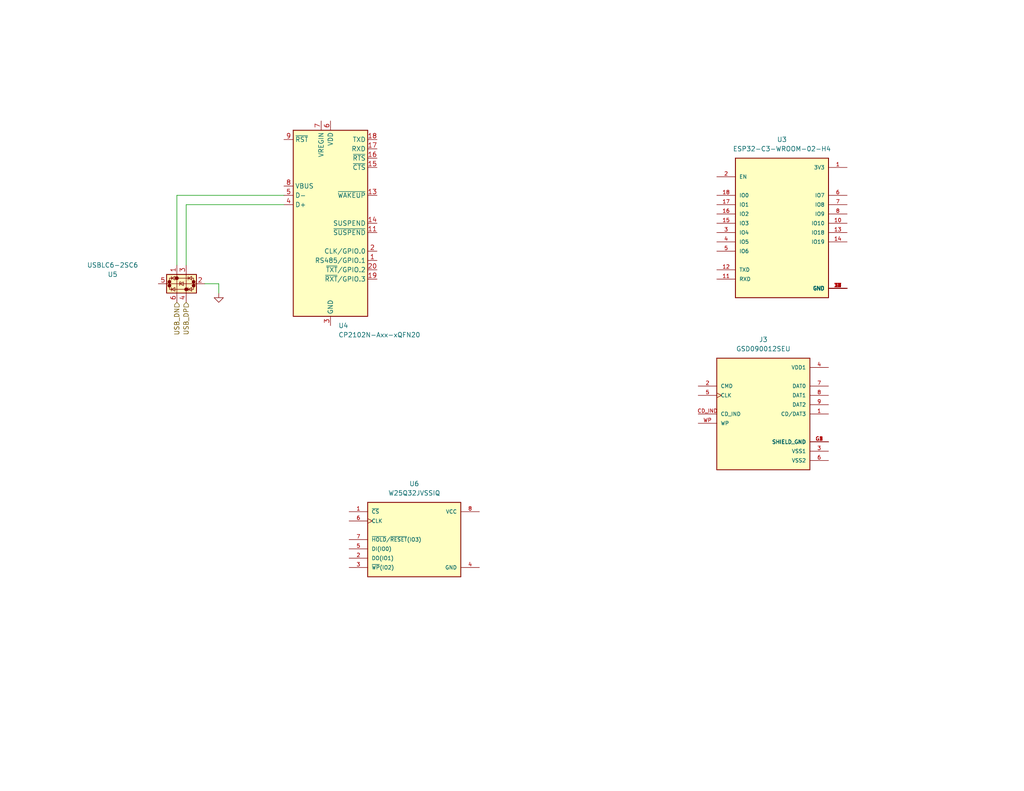
<source format=kicad_sch>
(kicad_sch (version 20250114) (generator "eeschema") (generator_version "9.0")
  (paper "USLetter")
  (title_block (title "ESP32 IOT board from Tech Exploration Tutorial") (date "2025-02-23") (rev "Rev 1.0") (comment 3 "     2 - Capacitors in µF") (comment 4 "Note 1 - Resitors in ohms"))
  (lib_symbols
    (symbol "ESP32-C3-WROOM-02-H4:ESP32-C3-WROOM-02-H4" (pin_names (offset 1.016))
      (property "Reference" "U" (at -12.7 21.082 0))
      (property "Value" "ESP32-C3-WROOM-02-H4" (at -12.7 -18.542 0))
      (symbol "ESP32-C3-WROOM-02-H4_0_0"
        (rectangle (start -12.7 -17.78) (end 12.7 20.32) (stroke (width 0.254)) (fill (type background)))
        (pin input line (at -17.78 15.24 0) (length 5.08) (name "EN") (number "2"))
        (pin bidirectional line (at -17.78 10.16 0) (length 5.08) (name "IO0") (number "18"))
        (pin bidirectional line (at -17.78 7.62 0) (length 5.08) (name "IO1") (number "17"))
        (pin bidirectional line (at -17.78 5.08 0) (length 5.08) (name "IO2") (number "16"))
        (pin bidirectional line (at -17.78 2.54 0) (length 5.08) (name "IO3") (number "15"))
        (pin bidirectional line (at -17.78 0 0) (length 5.08) (name "IO4") (number "3"))
        (pin bidirectional line (at -17.78 -2.54 0) (length 5.08) (name "IO5") (number "4"))
        (pin bidirectional line (at -17.78 -5.08 0) (length 5.08) (name "IO6") (number "5"))
        (pin bidirectional line (at -17.78 -10.16 0) (length 5.08) (name "TXD") (number "12"))
        (pin bidirectional line (at -17.78 -12.7 0) (length 5.08) (name "RXD") (number "11"))
        (pin power_in line (at 17.78 17.78 180) (length 5.08) (name "3V3") (number "1"))
        (pin bidirectional line (at 17.78 10.16 180) (length 5.08) (name "IO7") (number "6"))
        (pin bidirectional line (at 17.78 7.62 180) (length 5.08) (name "IO8") (number "7"))
        (pin bidirectional line (at 17.78 5.08 180) (length 5.08) (name "IO9") (number "8"))
        (pin bidirectional line (at 17.78 2.54 180) (length 5.08) (name "IO10") (number "10"))
        (pin bidirectional line (at 17.78 0 180) (length 5.08) (name "IO18") (number "13"))
        (pin bidirectional line (at 17.78 -2.54 180) (length 5.08) (name "IO19") (number "14"))
        (pin power_in line (at 17.78 -15.24 180) (length 5.08) (name "GND") (number "19"))
        (pin power_in line (at 17.78 -15.24 180) (length 5.08) (name "GND") (number "20"))
        (pin power_in line (at 17.78 -15.24 180) (length 5.08) (name "GND") (number "21"))
        (pin power_in line (at 17.78 -15.24 180) (length 5.08) (name "GND") (number "22"))
        (pin power_in line (at 17.78 -15.24 180) (length 5.08) (name "GND") (number "23"))
        (pin power_in line (at 17.78 -15.24 180) (length 5.08) (name "GND") (number "24"))
        (pin power_in line (at 17.78 -15.24 180) (length 5.08) (name "GND") (number "25"))
        (pin power_in line (at 17.78 -15.24 180) (length 5.08) (name "GND") (number "26"))
        (pin power_in line (at 17.78 -15.24 180) (length 5.08) (name "GND") (number "27"))
        (pin power_in line (at 17.78 -15.24 180) (length 5.08) (name "GND") (number "28"))
        (pin power_in line (at 17.78 -15.24 180) (length 5.08) (name "GND") (number "29"))
        (pin power_in line (at 17.78 -15.24 180) (length 5.08) (name "GND") (number "30"))
        (pin power_in line (at 17.78 -15.24 180) (length 5.08) (name "GND") (number "31"))
        (pin power_in line (at 17.78 -15.24 180) (length 5.08) (name "GND") (number "32"))
        (pin power_in line (at 17.78 -15.24 180) (length 5.08) (name "GND") (number "33"))
        (pin power_in line (at 17.78 -15.24 180) (length 5.08) (name "GND") (number "34"))
        (pin power_in line (at 17.78 -15.24 180) (length 5.08) (name "GND") (number "35"))
        (pin power_in line (at 17.78 -15.24 180) (length 5.08) (name "GND") (number "36"))
        (pin power_in line (at 17.78 -15.24 180) (length 5.08) (name "GND") (number "37"))
        (pin power_in line (at 17.78 -15.24 180) (length 5.08) (name "GND") (number "38"))
        (pin power_in line (at 17.78 -15.24 180) (length 5.08) (name "GND") (number "39"))
        (pin power_in line (at 17.78 -15.24 180) (length 5.08) (name "GND") (number "9"))
      )
    )
    (symbol "GSD090012SEU:GSD090012SEU" (pin_names (offset 1.016))
      (property "Reference" "J" (at -12.7 16.002 0))
      (property "Value" "GSD090012SEU" (at -12.7 -17.78 0))
      (symbol "GSD090012SEU_0_0"
        (rectangle (start -12.7 -15.24) (end 12.7 15.24) (stroke (width 0.254)) (fill (type background)))
        (pin bidirectional line (at -17.78 7.62 0) (length 5.08) (name "CMD") (number "2"))
        (pin bidirectional clock (at -17.78 5.08 0) (length 5.08) (name "CLK") (number "5"))
        (pin passive line (at -17.78 0 0) (length 5.08) (name "CD_IND") (number "CD_IND"))
        (pin passive line (at -17.78 -2.54 0) (length 5.08) (name "WP") (number "WP"))
        (pin power_in line (at 17.78 12.7 180) (length 5.08) (name "VDD1") (number "4"))
        (pin bidirectional line (at 17.78 7.62 180) (length 5.08) (name "DAT0") (number "7"))
        (pin bidirectional line (at 17.78 5.08 180) (length 5.08) (name "DAT1") (number "8"))
        (pin bidirectional line (at 17.78 2.54 180) (length 5.08) (name "DAT2") (number "9"))
        (pin bidirectional line (at 17.78 0 180) (length 5.08) (name "CD/DAT3") (number "1"))
        (pin power_in line (at 17.78 -7.62 180) (length 5.08) (name "SHIELD_GND") (number "G1"))
        (pin power_in line (at 17.78 -7.62 180) (length 5.08) (name "SHIELD_GND") (number "G2"))
        (pin power_in line (at 17.78 -7.62 180) (length 5.08) (name "SHIELD_GND") (number "G3"))
        (pin power_in line (at 17.78 -7.62 180) (length 5.08) (name "SHIELD_GND") (number "G4"))
        (pin power_in line (at 17.78 -10.16 180) (length 5.08) (name "VSS1") (number "3"))
        (pin power_in line (at 17.78 -12.7 180) (length 5.08) (name "VSS2") (number "6"))
      )
    )
    (symbol "Interface_USB:CP2102N-Axx-xQFN20"
      (property "Reference" "U" (at -8.89 26.67 0))
      (property "Value" "CP2102N-Axx-xQFN20" (at 12.7 26.67 0))
      (symbol "CP2102N-Axx-xQFN20_0_1"
        (rectangle (start -10.16 25.4) (end 10.16 -25.4) (stroke (width 0.254)) (fill (type background)))
      )
      (symbol "CP2102N-Axx-xQFN20_1_1"
        (pin input line (at -12.7 22.86 0) (length 2.54) (name "~{RST}") (number "9"))
        (pin input line (at -12.7 10.16 0) (length 2.54) (name "VBUS") (number "8"))
        (pin bidirectional line (at -12.7 7.62 0) (length 2.54) (name "D-") (number "5"))
        (pin bidirectional line (at -12.7 5.08 0) (length 2.54) (name "D+") (number "4"))
        (pin no_connect line (at -10.16 -22.86 0) (length 2.54) (hide yes) (name "NC") (number "10"))
        (pin power_in line (at -2.54 27.94 270) (length 2.54) (name "VREGIN") (number "7"))
        (pin power_in line (at 0 27.94 270) (length 2.54) (name "VDD") (number "6"))
        (pin passive line (at 0 -27.94 90) (length 2.54) (hide yes) (name "GND") (number "12"))
        (pin passive line (at 0 -27.94 90) (length 2.54) (hide yes) (name "GND") (number "21"))
        (pin power_in line (at 0 -27.94 90) (length 2.54) (name "GND") (number "3"))
        (pin output line (at 12.7 22.86 180) (length 2.54) (name "TXD") (number "18"))
        (pin input line (at 12.7 20.32 180) (length 2.54) (name "RXD") (number "17"))
        (pin output line (at 12.7 17.78 180) (length 2.54) (name "~{RTS}") (number "16"))
        (pin input line (at 12.7 15.24 180) (length 2.54) (name "~{CTS}") (number "15"))
        (pin input line (at 12.7 7.62 180) (length 2.54) (name "~{WAKEUP}") (number "13"))
        (pin output line (at 12.7 0 180) (length 2.54) (name "SUSPEND") (number "14"))
        (pin output line (at 12.7 -2.54 180) (length 2.54) (name "~{SUSPEND}") (number "11"))
        (pin bidirectional line (at 12.7 -7.62 180) (length 2.54) (name "CLK/GPIO.0") (number "2"))
        (pin bidirectional line (at 12.7 -10.16 180) (length 2.54) (name "RS485/GPIO.1") (number "1"))
        (pin bidirectional line (at 12.7 -12.7 180) (length 2.54) (name "~{TXT}/GPIO.2") (number "20"))
        (pin bidirectional line (at 12.7 -15.24 180) (length 2.54) (name "~{RXT}/GPIO.3") (number "19"))
      )
    )
    (symbol "Power_Protection:USBLC6-2SC6" (pin_names (hide yes))
      (property "Reference" "U" (at 0.635 5.715 0))
      (property "Value" "USBLC6-2SC6" (at 0.635 3.81 0))
      (symbol "USBLC6-2SC6_0_0"
        (circle (center -1.524 0) (radius 0.0001) (stroke (width 0.508)))
        (circle (center -0.508 2.032) (radius 0.0001) (stroke (width 0.508)))
        (circle (center -0.508 -4.572) (radius 0.0001) (stroke (width 0.508)))
        (circle (center 0.508 2.032) (radius 0.0001) (stroke (width 0.508)))
        (circle (center 0.508 -4.572) (radius 0.0001) (stroke (width 0.508)))
        (circle (center 1.524 -2.54) (radius 0.0001) (stroke (width 0.508)))
      )
      (symbol "USBLC6-2SC6_0_1"
        (polyline (pts (xy -2.54 0) (xy 2.54 0)))
        (polyline (pts (xy -2.54 -2.54) (xy 2.54 -2.54)))
        (polyline (pts (xy -2.032 0.508) (xy -1.016 0.508) (xy -1.524 1.524) (xy -2.032 0.508)))
        (polyline (pts (xy -2.032 -3.048) (xy -1.016 -3.048)))
        (polyline (pts (xy -1.016 1.524) (xy -2.032 1.524)))
        (polyline (pts (xy -1.016 -4.064) (xy -2.032 -4.064) (xy -1.524 -3.048) (xy -1.016 -4.064)))
        (polyline (pts (xy -0.508 -1.143) (xy -0.508 -0.762) (xy 0.508 -0.762)))
        (polyline (pts (xy 0 2.54) (xy -0.508 2.032) (xy 0.508 2.032) (xy 0 1.524) (xy 0 -4.064) (xy -0.508 -4.572) (xy 0.508 -4.572) (xy 0 -5.08)))
        (polyline (pts (xy 0.508 -1.778) (xy -0.508 -1.778) (xy 0 -0.762) (xy 0.508 -1.778)))
        (polyline (pts (xy 1.016 1.524) (xy 2.032 1.524)))
        (polyline (pts (xy 1.016 -3.048) (xy 2.032 -3.048)))
        (polyline (pts (xy 2.032 0.508) (xy 1.016 0.508) (xy 1.524 1.524) (xy 2.032 0.508)))
        (polyline (pts (xy 2.032 -4.064) (xy 1.016 -4.064) (xy 1.524 -3.048) (xy 2.032 -4.064)))
      )
      (symbol "USBLC6-2SC6_1_1"
        (rectangle (start -2.54 2.794) (end 2.54 -5.334) (stroke (width 0.254)) (fill (type background)))
        (polyline (pts (xy -0.508 2.032) (xy -1.524 2.032) (xy -1.524 -4.572) (xy -0.508 -4.572)))
        (polyline (pts (xy 0.508 -4.572) (xy 1.524 -4.572) (xy 1.524 2.032) (xy 0.508 2.032)))
        (pin passive line (at -5.08 0 0) (length 2.54) (name "I/O1") (number "1"))
        (pin passive line (at -5.08 -2.54 0) (length 2.54) (name "I/O2") (number "3"))
        (pin passive line (at 0 5.08 270) (length 2.54) (name "VBUS") (number "5"))
        (pin passive line (at 0 -7.62 90) (length 2.54) (name "GND") (number "2"))
        (pin passive line (at 5.08 0 180) (length 2.54) (name "I/O1") (number "6"))
        (pin passive line (at 5.08 -2.54 180) (length 2.54) (name "I/O2") (number "4"))
      )
    )
    (symbol "W25Q32JVSSIQ:W25Q32JVSSIQ" (pin_names (offset 1.016))
      (property "Reference" "U" (at -12.4723 10.945 0))
      (property "Value" "W25Q32JVSSIQ" (at -12.4744 -12.2198 0))
      (symbol "W25Q32JVSSIQ_0_0"
        (rectangle (start -12.7 -10.16) (end 12.7 10.16) (stroke (width 0.254)) (fill (type background)))
        (pin input line (at -17.78 7.62 0) (length 5.08) (name "~{CS}") (number "1"))
        (pin input clock (at -17.78 5.08 0) (length 5.08) (name "CLK") (number "6"))
        (pin bidirectional line (at -17.78 0 0) (length 5.08) (name "~{HOLD}/~{RESET}(IO3)") (number "7"))
        (pin bidirectional line (at -17.78 -2.54 0) (length 5.08) (name "DI(IO0)") (number "5"))
        (pin bidirectional line (at -17.78 -5.08 0) (length 5.08) (name "DO(IO1)") (number "2"))
        (pin bidirectional line (at -17.78 -7.62 0) (length 5.08) (name "~{WP}(IO2)") (number "3"))
        (pin power_in line (at 17.78 7.62 180) (length 5.08) (name "VCC") (number "8"))
        (pin power_in line (at 17.78 -7.62 180) (length 5.08) (name "GND") (number "4"))
      )
    )
    (symbol "power:GND" (power) (pin_numbers (hide yes)) (pin_names (offset 0) (hide yes))
      (property "Value" "GND" (at 0 -3.81 0))
      (symbol "GND_0_1"
        (polyline (pts (xy 0 0) (xy 0 -1.27) (xy 1.27 -1.27) (xy 0 -2.54) (xy -1.27 -1.27) (xy 0 -1.27)))
      )
      (symbol "GND_1_1"
        (pin power_in line (at 0 0 270) (length 0) (name "~") (number "1"))
      )
    )
  )
  (wire (pts (xy 50.8 55.88) (xy 77.47 55.88)))
  (wire (pts (xy 55.88 77.47) (xy 59.69 77.47)))
  (wire (pts (xy 48.26 72.39) (xy 48.26 53.34)))
  (wire (pts (xy 50.8 72.39) (xy 50.8 55.88)))
  (wire (pts (xy 48.26 53.34) (xy 77.47 53.34)))
  (wire (pts (xy 59.69 77.47) (xy 59.69 80.01)))
  (hierarchical_label "USB_DN" (shape input) (at 48.26 82.55 270))
  (hierarchical_label "USB_DP" (shape input) (at 50.8 82.55 270))
  (symbol (lib_id "ESP32-C3-WROOM-02-H4:ESP32-C3-WROOM-02-H4") (at 213.36 63.5 0) (unit 1)
    (property "Reference" "U3" (at 213.36 38.1 0))
    (property "Value" "ESP32-C3-WROOM-02-H4" (at 213.36 40.64 0))
    (property "Footprint" "ESP32-C3-WROOM-02-H4:MODULE_ESP32-C3-WROOM-02-H4" (effects (hide yes)))
    (property "MF" "Espressif Systems" (effects (hide yes)))
    (property "Description_1" "WiFi Modules (802.11) (Engineering Samples) SMD module, ESP32-C3, 4MB SPI flash, PCB antenna, -40 C +105 C" (effects (hide yes)))
    (property "Package" "Package" (effects (hide yes)))
    (property "Price" "None" (effects (hide yes)))
    (property "Check_prices" "https://www.snapeda.com/parts/ESP32-C3-WROOM-02-H4/Espressif+Systems/view-part/?ref=eda" (effects (hide yes)))
    (property "SnapEDA_Link" "https://www.snapeda.com/parts/ESP32-C3-WROOM-02-H4/Espressif+Systems/view-part/?ref=snap" (effects (hide yes)))
    (property "MP" "ESP32-C3-WROOM-02-H4" (effects (hide yes)))
    (property "Availability" "In Stock" (effects (hide yes)))
    (property "Purchase-URL" "https://pricing.snapeda.com/search/part/ESP32-C3-WROOM-02-H4/?ref=eda" (effects (hide yes)))
  )
  (symbol (lib_id "Interface_USB:CP2102N-Axx-xQFN20") (at 90.17 60.96 0) (unit 1)
    (property "Reference" "U4" (at 92.3133 88.9 0) (effects (justify left)))
    (property "Value" "CP2102N-Axx-xQFN20" (at 92.3133 91.44 0) (effects (justify left)))
    (property "Footprint" "Package_DFN_QFN:SiliconLabs_QFN-20-1EP_3x3mm_P0.5mm" (effects (hide yes)))
    (property "Datasheet" "https://www.silabs.com/documents/public/data-sheets/cp2102n-datasheet.pdf" (effects (hide yes)))
    (property "Description" "USB to UART master bridge, QFN-20" (effects (hide yes)))
  )
  (symbol (lib_id "Power_Protection:USBLC6-2SC6") (at 48.26 77.47 90) (mirror x) (unit 1)
    (property "Reference" "U5" (at 30.734 74.93 90))
    (property "Value" "USBLC6-2SC6" (at 30.734 72.39 90))
    (property "Footprint" "Package_TO_SOT_SMD:SOT-23-6" (effects (hide yes)))
    (property "Datasheet" "https://www.st.com/resource/en/datasheet/usblc6-2.pdf" (effects (hide yes)))
    (property "Description" "Very low capacitance ESD protection diode, 2 data-line, SOT-23-6" (effects (hide yes)))
  )
  (symbol (lib_id "W25Q32JVSSIQ:W25Q32JVSSIQ") (at 113.03 147.32 0) (unit 1)
    (property "Reference" "U6" (at 113.03 132.08 0))
    (property "Value" "W25Q32JVSSIQ" (at 113.03 134.62 0))
    (property "Footprint" "W25Q32JVSSIQ:SOIC127P790X216-8N" (effects (hide yes)))
    (property "MF" "Winbond" (effects (hide yes)))
    (property "Description_1" "FLASH - NOR Memory IC 32Mb (4M x 8) SPI - Quad I/O 133 MHz 8-SOIC" (effects (hide yes)))
    (property "Package" "SOIC-8 Winbond" (effects (hide yes)))
    (property "Price" "None" (effects (hide yes)))
    (property "SnapEDA_Link" "https://www.snapeda.com/parts/W25Q32JVSSIQ/Winbond+Electronics/view-part/?ref=snap" (effects (hide yes)))
    (property "MP" "W25Q32JVSSIQ" (effects (hide yes)))
    (property "M_PART_NUMBER" "W25QXX" (effects (hide yes)))
    (property "Availability" "In Stock" (effects (hide yes)))
    (property "Check_prices" "https://www.snapeda.com/parts/W25Q32JVSSIQ/Winbond+Electronics/view-part/?ref=eda" (effects (hide yes)))
  )
  (symbol (lib_id "power:GND") (at 59.69 80.01 0) (unit 1)
    (property "Reference" "#PWR024" (effects (hide yes)))
    (property "Value" "GND" (effects (hide yes)))
    (property "Description" "Power symbol creates a global label with name \"GND\" , ground" (effects (hide yes)))
  )
  (symbol (lib_id "GSD090012SEU:GSD090012SEU") (at 208.28 113.03 0) (unit 1)
    (property "Reference" "J3" (at 208.28 92.71 0))
    (property "Value" "GSD090012SEU" (at 208.28 95.25 0))
    (property "Footprint" "GSD090012SEU:AMPHENOL_GSD090012SEU" (effects (hide yes)))
    (property "MF" "Amphenol" (effects (hide yes)))
    (property "MAXIMUM_PACKAGE_HEIGHT" "2.95mm" (effects (hide yes)))
    (property "Package" "None" (effects (hide yes)))
    (property "Price" "None" (effects (hide yes)))
    (property "Check_prices" "https://www.snapeda.com/parts/GSD090012SEU/Amphenol/view-part/?ref=eda" (effects (hide yes)))
    (property "STANDARD" "Manufacturer Recommendations" (effects (hide yes)))
    (property "PARTREV" "E" (effects (hide yes)))
    (property "SnapEDA_Link" "https://www.snapeda.com/parts/GSD090012SEU/Amphenol/view-part/?ref=snap" (effects (hide yes)))
    (property "MP" "GSD090012SEU" (effects (hide yes)))
    (property "Description_1" "Micro SD and SD Card Sockets, Input Output Connectors, SD Socket,9 Position,SMT" (effects (hide yes)))
    (property "Availability" "In Stock" (effects (hide yes)))
    (property "MANUFACTURER" "Amphenol" (effects (hide yes)))
  )
)
</source>
